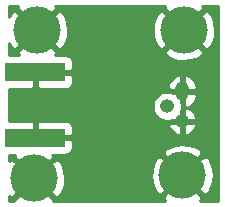
<source format=gbr>
%TF.GenerationSoftware,KiCad,Pcbnew,(5.1.6-0-10_14)*%
%TF.CreationDate,2020-10-21T16:06:14-07:00*%
%TF.ProjectId,photodiode_pcb,70686f74-6f64-4696-9f64-655f7063622e,rev?*%
%TF.SameCoordinates,Original*%
%TF.FileFunction,Copper,L2,Bot*%
%TF.FilePolarity,Positive*%
%FSLAX46Y46*%
G04 Gerber Fmt 4.6, Leading zero omitted, Abs format (unit mm)*
G04 Created by KiCad (PCBNEW (5.1.6-0-10_14)) date 2020-10-21 16:06:14*
%MOMM*%
%LPD*%
G01*
G04 APERTURE LIST*
%TA.AperFunction,SMDPad,CuDef*%
%ADD10R,5.080000X1.600000*%
%TD*%
%TA.AperFunction,ComponentPad*%
%ADD11C,4.000000*%
%TD*%
%TA.AperFunction,ComponentPad*%
%ADD12O,1.200000X1.200000*%
%TD*%
%TA.AperFunction,ComponentPad*%
%ADD13O,1.200000X1.600000*%
%TD*%
%TA.AperFunction,ViaPad*%
%ADD14C,0.800000*%
%TD*%
%TA.AperFunction,Conductor*%
%ADD15C,0.250000*%
%TD*%
%TA.AperFunction,Conductor*%
%ADD16C,0.254000*%
%TD*%
G04 APERTURE END LIST*
D10*
%TO.P,J1,2*%
%TO.N,GND*%
X138811000Y-97385000D03*
X138811000Y-91845000D03*
%TD*%
D11*
%TO.P,H4,1*%
%TO.N,GND*%
X151384000Y-88265000D03*
%TD*%
%TO.P,H3,1*%
%TO.N,GND*%
X151257000Y-100584000D03*
%TD*%
%TO.P,H2,1*%
%TO.N,GND*%
X138938000Y-88265000D03*
%TD*%
%TO.P,H1,1*%
%TO.N,GND*%
X138684000Y-100838000D03*
%TD*%
D12*
%TO.P,D3,3*%
%TO.N,GND*%
X151257000Y-96012000D03*
%TO.P,D3,2*%
%TO.N,Net-(D1-Pad1)*%
X149987000Y-94742000D03*
D13*
%TO.P,D3,1*%
%TO.N,GND*%
X151257000Y-93472000D03*
%TD*%
D14*
%TO.N,GND*%
X142240000Y-91694000D03*
X142240000Y-97536000D03*
%TD*%
D15*
%TO.N,GND*%
X138897000Y-91759000D02*
X138811000Y-91845000D01*
X141801000Y-91759000D02*
X138897000Y-91759000D01*
%TD*%
D16*
%TO.N,GND*%
G36*
X137270106Y-86417501D02*
G01*
X138938000Y-88085395D01*
X140605894Y-86417501D01*
X140511904Y-86258000D01*
X149810096Y-86258000D01*
X149716106Y-86417501D01*
X151384000Y-88085395D01*
X153051894Y-86417501D01*
X152957904Y-86258000D01*
X154280000Y-86258000D01*
X154280001Y-102718000D01*
X152756066Y-102718000D01*
X152924894Y-102431499D01*
X151257000Y-100763605D01*
X149589106Y-102431499D01*
X149757934Y-102718000D01*
X140332742Y-102718000D01*
X140351894Y-102685499D01*
X138684000Y-101017605D01*
X137016106Y-102685499D01*
X137035258Y-102718000D01*
X136550000Y-102718000D01*
X136550000Y-102337066D01*
X136836501Y-102505894D01*
X138504395Y-100838000D01*
X138863605Y-100838000D01*
X140531499Y-102505894D01*
X140898258Y-102289772D01*
X141138938Y-101829895D01*
X141285275Y-101331902D01*
X141331648Y-100814929D01*
X141309346Y-100607071D01*
X148609352Y-100607071D01*
X148664727Y-101123159D01*
X148819721Y-101618526D01*
X149042742Y-102035772D01*
X149409501Y-102251894D01*
X151077395Y-100584000D01*
X151436605Y-100584000D01*
X153104499Y-102251894D01*
X153471258Y-102035772D01*
X153711938Y-101575895D01*
X153858275Y-101077902D01*
X153904648Y-100560929D01*
X153849273Y-100044841D01*
X153694279Y-99549474D01*
X153471258Y-99132228D01*
X153104499Y-98916106D01*
X151436605Y-100584000D01*
X151077395Y-100584000D01*
X149409501Y-98916106D01*
X149042742Y-99132228D01*
X148802062Y-99592105D01*
X148655725Y-100090098D01*
X148609352Y-100607071D01*
X141309346Y-100607071D01*
X141276273Y-100298841D01*
X141121279Y-99803474D01*
X140898258Y-99386228D01*
X140531499Y-99170106D01*
X138863605Y-100838000D01*
X138504395Y-100838000D01*
X136836501Y-99170106D01*
X136550000Y-99338934D01*
X136550000Y-98822692D01*
X137115446Y-98821921D01*
X137016106Y-98990501D01*
X138684000Y-100658395D01*
X140351894Y-98990501D01*
X140252350Y-98821575D01*
X141351000Y-98823072D01*
X141475482Y-98810812D01*
X141595180Y-98774502D01*
X141666273Y-98736501D01*
X149589106Y-98736501D01*
X151257000Y-100404395D01*
X152924894Y-98736501D01*
X152708772Y-98369742D01*
X152248895Y-98129062D01*
X151750902Y-97982725D01*
X151233929Y-97936352D01*
X150717841Y-97991727D01*
X150222474Y-98146721D01*
X149805228Y-98369742D01*
X149589106Y-98736501D01*
X141666273Y-98736501D01*
X141705494Y-98715537D01*
X141802185Y-98636185D01*
X141881537Y-98539494D01*
X141940502Y-98429180D01*
X141976812Y-98309482D01*
X141989072Y-98185000D01*
X141986000Y-97670750D01*
X141827250Y-97512000D01*
X138938000Y-97512000D01*
X138938000Y-97532000D01*
X138684000Y-97532000D01*
X138684000Y-97512000D01*
X138664000Y-97512000D01*
X138664000Y-97258000D01*
X138684000Y-97258000D01*
X138684000Y-96108750D01*
X138938000Y-96108750D01*
X138938000Y-97258000D01*
X141827250Y-97258000D01*
X141986000Y-97099250D01*
X141989072Y-96585000D01*
X141976812Y-96460518D01*
X141940502Y-96340820D01*
X141934511Y-96329610D01*
X150063533Y-96329610D01*
X150148428Y-96556341D01*
X150275925Y-96762153D01*
X150441124Y-96939137D01*
X150637676Y-97080492D01*
X150858029Y-97180785D01*
X150939391Y-97205462D01*
X151130000Y-97080731D01*
X151130000Y-96139000D01*
X151384000Y-96139000D01*
X151384000Y-97080731D01*
X151574609Y-97205462D01*
X151655971Y-97180785D01*
X151876324Y-97080492D01*
X152072876Y-96939137D01*
X152238075Y-96762153D01*
X152365572Y-96556341D01*
X152450467Y-96329610D01*
X152326709Y-96139000D01*
X151384000Y-96139000D01*
X151130000Y-96139000D01*
X150187291Y-96139000D01*
X150063533Y-96329610D01*
X141934511Y-96329610D01*
X141881537Y-96230506D01*
X141802185Y-96133815D01*
X141705494Y-96054463D01*
X141595180Y-95995498D01*
X141475482Y-95959188D01*
X141351000Y-95946928D01*
X139096750Y-95950000D01*
X138938000Y-96108750D01*
X138684000Y-96108750D01*
X138525250Y-95950000D01*
X136550000Y-95947308D01*
X136550000Y-94620363D01*
X148752000Y-94620363D01*
X148752000Y-94863637D01*
X148799460Y-95102236D01*
X148892557Y-95326992D01*
X149027713Y-95529267D01*
X149199733Y-95701287D01*
X149402008Y-95836443D01*
X149626764Y-95929540D01*
X149865363Y-95977000D01*
X150108637Y-95977000D01*
X150347236Y-95929540D01*
X150454765Y-95885000D01*
X151130000Y-95885000D01*
X151130000Y-95209765D01*
X151174540Y-95102236D01*
X151222000Y-94863637D01*
X151222000Y-94620363D01*
X151174540Y-94381764D01*
X151130000Y-94274235D01*
X151130000Y-93599000D01*
X151384000Y-93599000D01*
X151384000Y-94740731D01*
X151538755Y-94842000D01*
X151384000Y-94943269D01*
X151384000Y-95885000D01*
X152326709Y-95885000D01*
X152450467Y-95694390D01*
X152365572Y-95467659D01*
X152238075Y-95261847D01*
X152072876Y-95084863D01*
X151876324Y-94943508D01*
X151656188Y-94843314D01*
X151841907Y-94766396D01*
X152044174Y-94631258D01*
X152216191Y-94459256D01*
X152351346Y-94257000D01*
X152444446Y-94032263D01*
X152491913Y-93793681D01*
X152336994Y-93599000D01*
X151384000Y-93599000D01*
X151130000Y-93599000D01*
X150454765Y-93599000D01*
X150347236Y-93554460D01*
X150108637Y-93507000D01*
X149865363Y-93507000D01*
X149626764Y-93554460D01*
X149402008Y-93647557D01*
X149199733Y-93782713D01*
X149027713Y-93954733D01*
X148892557Y-94157008D01*
X148799460Y-94381764D01*
X148752000Y-94620363D01*
X136550000Y-94620363D01*
X136550000Y-93282692D01*
X138525250Y-93280000D01*
X138684000Y-93121250D01*
X138684000Y-91972000D01*
X138938000Y-91972000D01*
X138938000Y-93121250D01*
X139096750Y-93280000D01*
X141351000Y-93283072D01*
X141475482Y-93270812D01*
X141595180Y-93234502D01*
X141705494Y-93175537D01*
X141736222Y-93150319D01*
X150022087Y-93150319D01*
X150177006Y-93345000D01*
X151130000Y-93345000D01*
X151130000Y-92203269D01*
X151384000Y-92203269D01*
X151384000Y-93345000D01*
X152336994Y-93345000D01*
X152491913Y-93150319D01*
X152444446Y-92911737D01*
X152351346Y-92687000D01*
X152216191Y-92484744D01*
X152044174Y-92312742D01*
X151841907Y-92177604D01*
X151617162Y-92084523D01*
X151574609Y-92078538D01*
X151384000Y-92203269D01*
X151130000Y-92203269D01*
X150939391Y-92078538D01*
X150896838Y-92084523D01*
X150672093Y-92177604D01*
X150469826Y-92312742D01*
X150297809Y-92484744D01*
X150162654Y-92687000D01*
X150069554Y-92911737D01*
X150022087Y-93150319D01*
X141736222Y-93150319D01*
X141802185Y-93096185D01*
X141881537Y-92999494D01*
X141940502Y-92889180D01*
X141976812Y-92769482D01*
X141989072Y-92645000D01*
X141986000Y-92130750D01*
X141827250Y-91972000D01*
X138938000Y-91972000D01*
X138684000Y-91972000D01*
X138664000Y-91972000D01*
X138664000Y-91718000D01*
X138684000Y-91718000D01*
X138684000Y-91698000D01*
X138938000Y-91698000D01*
X138938000Y-91718000D01*
X141827250Y-91718000D01*
X141986000Y-91559250D01*
X141989072Y-91045000D01*
X141976812Y-90920518D01*
X141940502Y-90800820D01*
X141881537Y-90690506D01*
X141802185Y-90593815D01*
X141705494Y-90514463D01*
X141595180Y-90455498D01*
X141475482Y-90419188D01*
X141351000Y-90406928D01*
X140431656Y-90408181D01*
X140605894Y-90112499D01*
X149716106Y-90112499D01*
X149932228Y-90479258D01*
X150392105Y-90719938D01*
X150890098Y-90866275D01*
X151407071Y-90912648D01*
X151923159Y-90857273D01*
X152418526Y-90702279D01*
X152835772Y-90479258D01*
X153051894Y-90112499D01*
X151384000Y-88444605D01*
X149716106Y-90112499D01*
X140605894Y-90112499D01*
X138938000Y-88444605D01*
X137270106Y-90112499D01*
X137444548Y-90408527D01*
X136550000Y-90407308D01*
X136550000Y-89391721D01*
X136723742Y-89716772D01*
X137090501Y-89932894D01*
X138758395Y-88265000D01*
X139117605Y-88265000D01*
X140785499Y-89932894D01*
X141152258Y-89716772D01*
X141392938Y-89256895D01*
X141539275Y-88758902D01*
X141581509Y-88288071D01*
X148736352Y-88288071D01*
X148791727Y-88804159D01*
X148946721Y-89299526D01*
X149169742Y-89716772D01*
X149536501Y-89932894D01*
X151204395Y-88265000D01*
X151563605Y-88265000D01*
X153231499Y-89932894D01*
X153598258Y-89716772D01*
X153838938Y-89256895D01*
X153985275Y-88758902D01*
X154031648Y-88241929D01*
X153976273Y-87725841D01*
X153821279Y-87230474D01*
X153598258Y-86813228D01*
X153231499Y-86597106D01*
X151563605Y-88265000D01*
X151204395Y-88265000D01*
X149536501Y-86597106D01*
X149169742Y-86813228D01*
X148929062Y-87273105D01*
X148782725Y-87771098D01*
X148736352Y-88288071D01*
X141581509Y-88288071D01*
X141585648Y-88241929D01*
X141530273Y-87725841D01*
X141375279Y-87230474D01*
X141152258Y-86813228D01*
X140785499Y-86597106D01*
X139117605Y-88265000D01*
X138758395Y-88265000D01*
X137090501Y-86597106D01*
X136723742Y-86813228D01*
X136550000Y-87145204D01*
X136550000Y-86258000D01*
X137364096Y-86258000D01*
X137270106Y-86417501D01*
G37*
X137270106Y-86417501D02*
X138938000Y-88085395D01*
X140605894Y-86417501D01*
X140511904Y-86258000D01*
X149810096Y-86258000D01*
X149716106Y-86417501D01*
X151384000Y-88085395D01*
X153051894Y-86417501D01*
X152957904Y-86258000D01*
X154280000Y-86258000D01*
X154280001Y-102718000D01*
X152756066Y-102718000D01*
X152924894Y-102431499D01*
X151257000Y-100763605D01*
X149589106Y-102431499D01*
X149757934Y-102718000D01*
X140332742Y-102718000D01*
X140351894Y-102685499D01*
X138684000Y-101017605D01*
X137016106Y-102685499D01*
X137035258Y-102718000D01*
X136550000Y-102718000D01*
X136550000Y-102337066D01*
X136836501Y-102505894D01*
X138504395Y-100838000D01*
X138863605Y-100838000D01*
X140531499Y-102505894D01*
X140898258Y-102289772D01*
X141138938Y-101829895D01*
X141285275Y-101331902D01*
X141331648Y-100814929D01*
X141309346Y-100607071D01*
X148609352Y-100607071D01*
X148664727Y-101123159D01*
X148819721Y-101618526D01*
X149042742Y-102035772D01*
X149409501Y-102251894D01*
X151077395Y-100584000D01*
X151436605Y-100584000D01*
X153104499Y-102251894D01*
X153471258Y-102035772D01*
X153711938Y-101575895D01*
X153858275Y-101077902D01*
X153904648Y-100560929D01*
X153849273Y-100044841D01*
X153694279Y-99549474D01*
X153471258Y-99132228D01*
X153104499Y-98916106D01*
X151436605Y-100584000D01*
X151077395Y-100584000D01*
X149409501Y-98916106D01*
X149042742Y-99132228D01*
X148802062Y-99592105D01*
X148655725Y-100090098D01*
X148609352Y-100607071D01*
X141309346Y-100607071D01*
X141276273Y-100298841D01*
X141121279Y-99803474D01*
X140898258Y-99386228D01*
X140531499Y-99170106D01*
X138863605Y-100838000D01*
X138504395Y-100838000D01*
X136836501Y-99170106D01*
X136550000Y-99338934D01*
X136550000Y-98822692D01*
X137115446Y-98821921D01*
X137016106Y-98990501D01*
X138684000Y-100658395D01*
X140351894Y-98990501D01*
X140252350Y-98821575D01*
X141351000Y-98823072D01*
X141475482Y-98810812D01*
X141595180Y-98774502D01*
X141666273Y-98736501D01*
X149589106Y-98736501D01*
X151257000Y-100404395D01*
X152924894Y-98736501D01*
X152708772Y-98369742D01*
X152248895Y-98129062D01*
X151750902Y-97982725D01*
X151233929Y-97936352D01*
X150717841Y-97991727D01*
X150222474Y-98146721D01*
X149805228Y-98369742D01*
X149589106Y-98736501D01*
X141666273Y-98736501D01*
X141705494Y-98715537D01*
X141802185Y-98636185D01*
X141881537Y-98539494D01*
X141940502Y-98429180D01*
X141976812Y-98309482D01*
X141989072Y-98185000D01*
X141986000Y-97670750D01*
X141827250Y-97512000D01*
X138938000Y-97512000D01*
X138938000Y-97532000D01*
X138684000Y-97532000D01*
X138684000Y-97512000D01*
X138664000Y-97512000D01*
X138664000Y-97258000D01*
X138684000Y-97258000D01*
X138684000Y-96108750D01*
X138938000Y-96108750D01*
X138938000Y-97258000D01*
X141827250Y-97258000D01*
X141986000Y-97099250D01*
X141989072Y-96585000D01*
X141976812Y-96460518D01*
X141940502Y-96340820D01*
X141934511Y-96329610D01*
X150063533Y-96329610D01*
X150148428Y-96556341D01*
X150275925Y-96762153D01*
X150441124Y-96939137D01*
X150637676Y-97080492D01*
X150858029Y-97180785D01*
X150939391Y-97205462D01*
X151130000Y-97080731D01*
X151130000Y-96139000D01*
X151384000Y-96139000D01*
X151384000Y-97080731D01*
X151574609Y-97205462D01*
X151655971Y-97180785D01*
X151876324Y-97080492D01*
X152072876Y-96939137D01*
X152238075Y-96762153D01*
X152365572Y-96556341D01*
X152450467Y-96329610D01*
X152326709Y-96139000D01*
X151384000Y-96139000D01*
X151130000Y-96139000D01*
X150187291Y-96139000D01*
X150063533Y-96329610D01*
X141934511Y-96329610D01*
X141881537Y-96230506D01*
X141802185Y-96133815D01*
X141705494Y-96054463D01*
X141595180Y-95995498D01*
X141475482Y-95959188D01*
X141351000Y-95946928D01*
X139096750Y-95950000D01*
X138938000Y-96108750D01*
X138684000Y-96108750D01*
X138525250Y-95950000D01*
X136550000Y-95947308D01*
X136550000Y-94620363D01*
X148752000Y-94620363D01*
X148752000Y-94863637D01*
X148799460Y-95102236D01*
X148892557Y-95326992D01*
X149027713Y-95529267D01*
X149199733Y-95701287D01*
X149402008Y-95836443D01*
X149626764Y-95929540D01*
X149865363Y-95977000D01*
X150108637Y-95977000D01*
X150347236Y-95929540D01*
X150454765Y-95885000D01*
X151130000Y-95885000D01*
X151130000Y-95209765D01*
X151174540Y-95102236D01*
X151222000Y-94863637D01*
X151222000Y-94620363D01*
X151174540Y-94381764D01*
X151130000Y-94274235D01*
X151130000Y-93599000D01*
X151384000Y-93599000D01*
X151384000Y-94740731D01*
X151538755Y-94842000D01*
X151384000Y-94943269D01*
X151384000Y-95885000D01*
X152326709Y-95885000D01*
X152450467Y-95694390D01*
X152365572Y-95467659D01*
X152238075Y-95261847D01*
X152072876Y-95084863D01*
X151876324Y-94943508D01*
X151656188Y-94843314D01*
X151841907Y-94766396D01*
X152044174Y-94631258D01*
X152216191Y-94459256D01*
X152351346Y-94257000D01*
X152444446Y-94032263D01*
X152491913Y-93793681D01*
X152336994Y-93599000D01*
X151384000Y-93599000D01*
X151130000Y-93599000D01*
X150454765Y-93599000D01*
X150347236Y-93554460D01*
X150108637Y-93507000D01*
X149865363Y-93507000D01*
X149626764Y-93554460D01*
X149402008Y-93647557D01*
X149199733Y-93782713D01*
X149027713Y-93954733D01*
X148892557Y-94157008D01*
X148799460Y-94381764D01*
X148752000Y-94620363D01*
X136550000Y-94620363D01*
X136550000Y-93282692D01*
X138525250Y-93280000D01*
X138684000Y-93121250D01*
X138684000Y-91972000D01*
X138938000Y-91972000D01*
X138938000Y-93121250D01*
X139096750Y-93280000D01*
X141351000Y-93283072D01*
X141475482Y-93270812D01*
X141595180Y-93234502D01*
X141705494Y-93175537D01*
X141736222Y-93150319D01*
X150022087Y-93150319D01*
X150177006Y-93345000D01*
X151130000Y-93345000D01*
X151130000Y-92203269D01*
X151384000Y-92203269D01*
X151384000Y-93345000D01*
X152336994Y-93345000D01*
X152491913Y-93150319D01*
X152444446Y-92911737D01*
X152351346Y-92687000D01*
X152216191Y-92484744D01*
X152044174Y-92312742D01*
X151841907Y-92177604D01*
X151617162Y-92084523D01*
X151574609Y-92078538D01*
X151384000Y-92203269D01*
X151130000Y-92203269D01*
X150939391Y-92078538D01*
X150896838Y-92084523D01*
X150672093Y-92177604D01*
X150469826Y-92312742D01*
X150297809Y-92484744D01*
X150162654Y-92687000D01*
X150069554Y-92911737D01*
X150022087Y-93150319D01*
X141736222Y-93150319D01*
X141802185Y-93096185D01*
X141881537Y-92999494D01*
X141940502Y-92889180D01*
X141976812Y-92769482D01*
X141989072Y-92645000D01*
X141986000Y-92130750D01*
X141827250Y-91972000D01*
X138938000Y-91972000D01*
X138684000Y-91972000D01*
X138664000Y-91972000D01*
X138664000Y-91718000D01*
X138684000Y-91718000D01*
X138684000Y-91698000D01*
X138938000Y-91698000D01*
X138938000Y-91718000D01*
X141827250Y-91718000D01*
X141986000Y-91559250D01*
X141989072Y-91045000D01*
X141976812Y-90920518D01*
X141940502Y-90800820D01*
X141881537Y-90690506D01*
X141802185Y-90593815D01*
X141705494Y-90514463D01*
X141595180Y-90455498D01*
X141475482Y-90419188D01*
X141351000Y-90406928D01*
X140431656Y-90408181D01*
X140605894Y-90112499D01*
X149716106Y-90112499D01*
X149932228Y-90479258D01*
X150392105Y-90719938D01*
X150890098Y-90866275D01*
X151407071Y-90912648D01*
X151923159Y-90857273D01*
X152418526Y-90702279D01*
X152835772Y-90479258D01*
X153051894Y-90112499D01*
X151384000Y-88444605D01*
X149716106Y-90112499D01*
X140605894Y-90112499D01*
X138938000Y-88444605D01*
X137270106Y-90112499D01*
X137444548Y-90408527D01*
X136550000Y-90407308D01*
X136550000Y-89391721D01*
X136723742Y-89716772D01*
X137090501Y-89932894D01*
X138758395Y-88265000D01*
X139117605Y-88265000D01*
X140785499Y-89932894D01*
X141152258Y-89716772D01*
X141392938Y-89256895D01*
X141539275Y-88758902D01*
X141581509Y-88288071D01*
X148736352Y-88288071D01*
X148791727Y-88804159D01*
X148946721Y-89299526D01*
X149169742Y-89716772D01*
X149536501Y-89932894D01*
X151204395Y-88265000D01*
X151563605Y-88265000D01*
X153231499Y-89932894D01*
X153598258Y-89716772D01*
X153838938Y-89256895D01*
X153985275Y-88758902D01*
X154031648Y-88241929D01*
X153976273Y-87725841D01*
X153821279Y-87230474D01*
X153598258Y-86813228D01*
X153231499Y-86597106D01*
X151563605Y-88265000D01*
X151204395Y-88265000D01*
X149536501Y-86597106D01*
X149169742Y-86813228D01*
X148929062Y-87273105D01*
X148782725Y-87771098D01*
X148736352Y-88288071D01*
X141581509Y-88288071D01*
X141585648Y-88241929D01*
X141530273Y-87725841D01*
X141375279Y-87230474D01*
X141152258Y-86813228D01*
X140785499Y-86597106D01*
X139117605Y-88265000D01*
X138758395Y-88265000D01*
X137090501Y-86597106D01*
X136723742Y-86813228D01*
X136550000Y-87145204D01*
X136550000Y-86258000D01*
X137364096Y-86258000D01*
X137270106Y-86417501D01*
%TD*%
M02*

</source>
